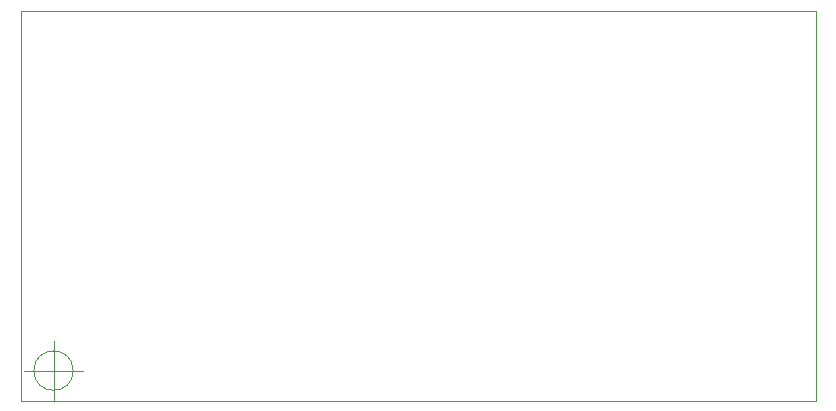
<source format=gbr>
G04 #@! TF.GenerationSoftware,KiCad,Pcbnew,5.0.2-bee76a0~70~ubuntu18.04.1*
G04 #@! TF.CreationDate,2019-04-24T08:54:05-03:00*
G04 #@! TF.ProjectId,led_driver,6c65645f-6472-4697-9665-722e6b696361,rev?*
G04 #@! TF.SameCoordinates,Original*
G04 #@! TF.FileFunction,Profile,NP*
%FSLAX46Y46*%
G04 Gerber Fmt 4.6, Leading zero omitted, Abs format (unit mm)*
G04 Created by KiCad (PCBNEW 5.0.2-bee76a0~70~ubuntu18.04.1) date Wed 24 Apr 2019 08:54:05 -03*
%MOMM*%
%LPD*%
G01*
G04 APERTURE LIST*
%ADD10C,0.100000*%
G04 APERTURE END LIST*
D10*
X163210666Y-99060000D02*
G75*
G03X163210666Y-99060000I-1666666J0D01*
G01*
X159044000Y-99060000D02*
X164044000Y-99060000D01*
X161544000Y-96560000D02*
X161544000Y-101560000D01*
X226060000Y-68580000D02*
X158750000Y-68580000D01*
X226060000Y-101600000D02*
X226060000Y-68580000D01*
X158750000Y-101600000D02*
X226060000Y-101600000D01*
X158750000Y-68580000D02*
X158750000Y-101600000D01*
M02*

</source>
